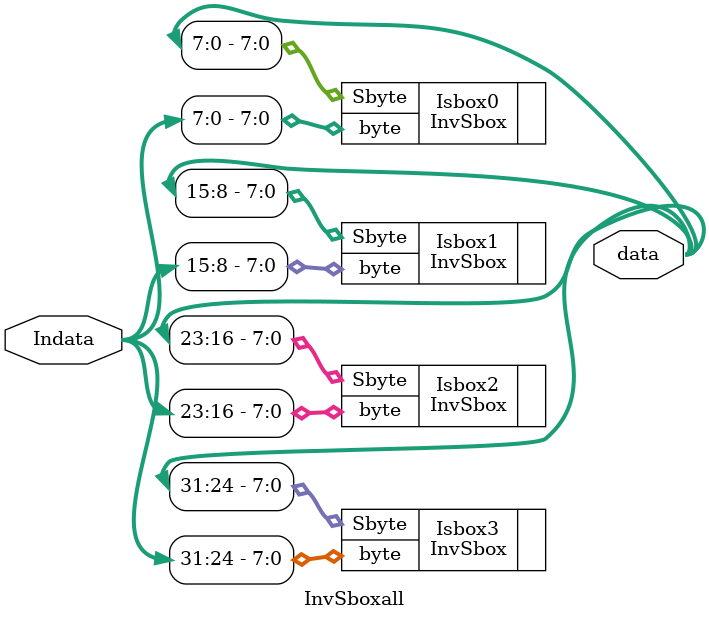
<source format=v>
module InvSboxall(input wire[31:0] Indata, output[31:0] data);


InvSbox Isbox0(.byte(Indata[7:0]), .Sbyte(data[7:0]));
InvSbox Isbox1(.byte(Indata[15:8]), .Sbyte(data[15:8]));
InvSbox Isbox2(.byte(Indata[23:16]), .Sbyte(data[23:16]));
InvSbox Isbox3(.byte(Indata[31:24]), .Sbyte(data[31:24]));


endmodule

</source>
